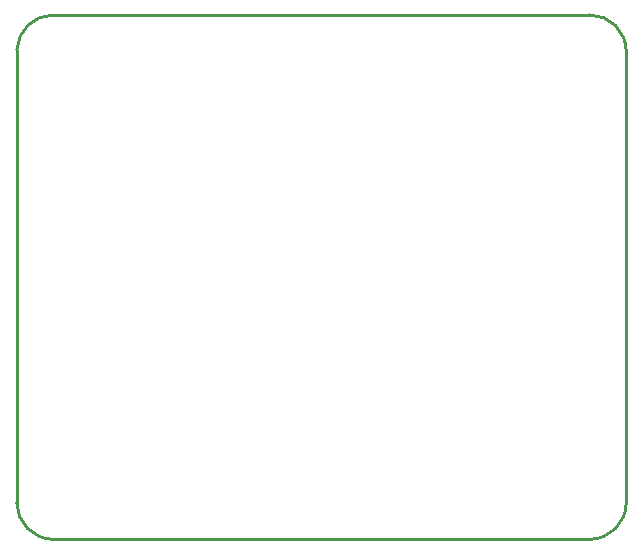
<source format=gm1>
G04*
G04 #@! TF.GenerationSoftware,Altium Limited,Altium Designer,24.1.2 (44)*
G04*
G04 Layer_Color=16711935*
%FSLAX43Y43*%
%MOMM*%
G71*
G04*
G04 #@! TF.SameCoordinates,A9818493-9DB4-4393-B726-FC6D1410B1DB*
G04*
G04*
G04 #@! TF.FilePolarity,Positive*
G04*
G01*
G75*
%ADD13C,0.254*%
D13*
X3100Y44400D02*
G03*
X2Y41422I0J-3100D01*
G01*
X51600Y41300D02*
G03*
X48500Y44400I-3100J0D01*
G01*
Y-0D02*
G03*
X51600Y3100I0J3100D01*
G01*
X-0D02*
G03*
X3100Y-0I3100J0D01*
G01*
X-0Y41400D02*
X-0Y3100D01*
X3100Y44400D02*
X48500D01*
X51600Y41299D02*
X51600Y41300D01*
X51600Y41299D02*
X51600Y3100D01*
X3100Y-0D02*
X48500D01*
M02*

</source>
